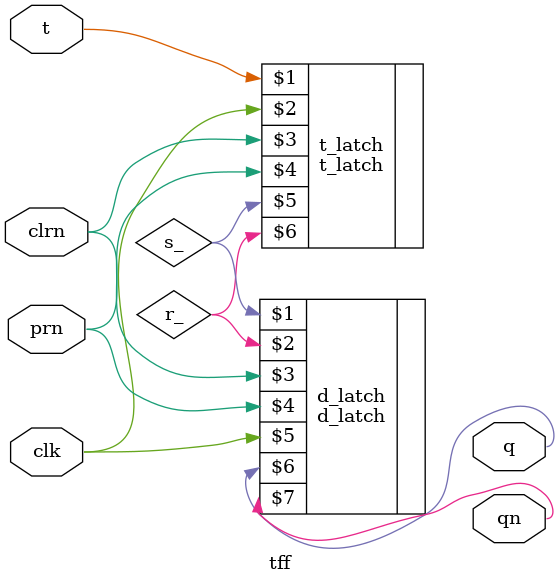
<source format=v>
`include "t_latch.v"
`include "d_latch.v"

module tff(t,clk,clrn,prn,q,qn);
  input t,clk,clrn,prn;
  output q,qn;
  wire r_,s_;

  t_latch t_latch(t,clk,clrn,prn,s_,r_);
  d_latch d_latch(s_,r_,clrn,prn,clk,q,qn);

endmodule
</source>
